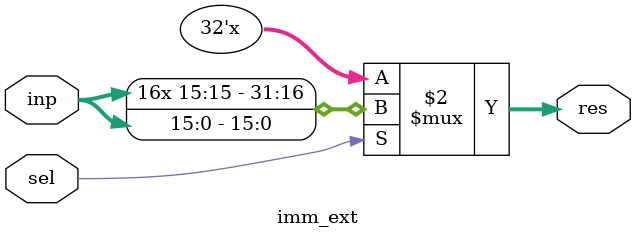
<source format=v>
`timescale 1ns / 1ps
module imm_ext(
		 input  		[15:0] inp,
		 output reg [31:0] res,
		 input 	      	 sel
	);

	always @(*) begin
		if (sel)
			res <= {{16{inp[15]}}, inp};
	end
	
endmodule

</source>
